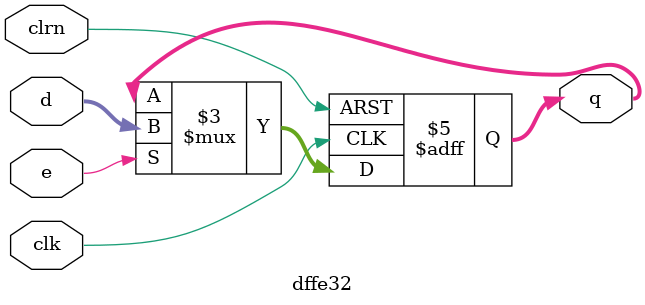
<source format=v>
module dffe32 (d,clk,clrn,e,q);   // a 32-bit register
  input       [31:0]  d;          // input d 
  input               e;          // enable
  input               clk, clrn;  // clock, clear(reset)
  output  reg [31:0]  q;          // output q
  always @(negedge clrn or posedge clk)
    if  (!clrn) q <= 0;           // if q = 0, then reset
    else if (e) q <= d;           // if enabled, then save d
endmodule

</source>
